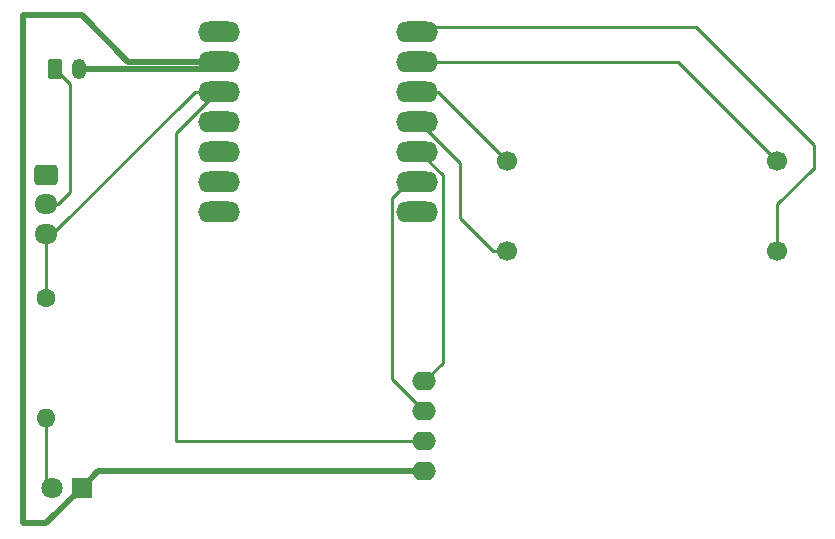
<source format=gbr>
%TF.GenerationSoftware,KiCad,Pcbnew,8.0.8*%
%TF.CreationDate,2025-02-21T09:36:53-08:00*%
%TF.ProjectId,PCB_Design,5043425f-4465-4736-9967-6e2e6b696361,V1.0*%
%TF.SameCoordinates,Original*%
%TF.FileFunction,Copper,L1,Top*%
%TF.FilePolarity,Positive*%
%FSLAX46Y46*%
G04 Gerber Fmt 4.6, Leading zero omitted, Abs format (unit mm)*
G04 Created by KiCad (PCBNEW 8.0.8) date 2025-02-21 09:36:53*
%MOMM*%
%LPD*%
G01*
G04 APERTURE LIST*
G04 Aperture macros list*
%AMRoundRect*
0 Rectangle with rounded corners*
0 $1 Rounding radius*
0 $2 $3 $4 $5 $6 $7 $8 $9 X,Y pos of 4 corners*
0 Add a 4 corners polygon primitive as box body*
4,1,4,$2,$3,$4,$5,$6,$7,$8,$9,$2,$3,0*
0 Add four circle primitives for the rounded corners*
1,1,$1+$1,$2,$3*
1,1,$1+$1,$4,$5*
1,1,$1+$1,$6,$7*
1,1,$1+$1,$8,$9*
0 Add four rect primitives between the rounded corners*
20,1,$1+$1,$2,$3,$4,$5,0*
20,1,$1+$1,$4,$5,$6,$7,0*
20,1,$1+$1,$6,$7,$8,$9,0*
20,1,$1+$1,$8,$9,$2,$3,0*%
G04 Aperture macros list end*
%TA.AperFunction,ComponentPad*%
%ADD10RoundRect,0.250000X-0.350000X-0.625000X0.350000X-0.625000X0.350000X0.625000X-0.350000X0.625000X0*%
%TD*%
%TA.AperFunction,ComponentPad*%
%ADD11O,1.200000X1.750000*%
%TD*%
%TA.AperFunction,ComponentPad*%
%ADD12C,1.600000*%
%TD*%
%TA.AperFunction,ComponentPad*%
%ADD13O,1.600000X1.600000*%
%TD*%
%TA.AperFunction,ComponentPad*%
%ADD14O,2.000000X1.600000*%
%TD*%
%TA.AperFunction,ComponentPad*%
%ADD15C,1.800000*%
%TD*%
%TA.AperFunction,ComponentPad*%
%ADD16R,1.800000X1.800000*%
%TD*%
%TA.AperFunction,ComponentPad*%
%ADD17O,3.556000X1.778000*%
%TD*%
%TA.AperFunction,ComponentPad*%
%ADD18C,1.700000*%
%TD*%
%TA.AperFunction,ComponentPad*%
%ADD19RoundRect,0.250000X-0.725000X0.600000X-0.725000X-0.600000X0.725000X-0.600000X0.725000X0.600000X0*%
%TD*%
%TA.AperFunction,ComponentPad*%
%ADD20O,1.950000X1.700000*%
%TD*%
%TA.AperFunction,Conductor*%
%ADD21C,0.500000*%
%TD*%
%TA.AperFunction,Conductor*%
%ADD22C,0.254000*%
%TD*%
G04 APERTURE END LIST*
D10*
%TO.P,BT2,1,+*%
%TO.N,Net-(BT2-+)*%
X43722500Y-45550000D03*
D11*
%TO.P,BT2,2,-*%
%TO.N,GND*%
X45722500Y-45550000D03*
%TD*%
D12*
%TO.P,R1,1*%
%TO.N,Net-(Brd1-VCC)*%
X43000000Y-64920000D03*
D13*
%TO.P,R1,2*%
%TO.N,Net-(D1-A)*%
X43000000Y-75080000D03*
%TD*%
D14*
%TO.P,Brd1,1,GND*%
%TO.N,GND*%
X75000000Y-79620000D03*
%TO.P,Brd1,2,VCC*%
%TO.N,Net-(Brd1-VCC)*%
X75000000Y-77080000D03*
%TO.P,Brd1,3,SCL*%
%TO.N,Net-(Brd1-SCL)*%
X75000000Y-74540000D03*
%TO.P,Brd1,4,SDA*%
%TO.N,Net-(Brd1-SDA)*%
X75000000Y-72000000D03*
%TD*%
D15*
%TO.P,D1,2,A*%
%TO.N,Net-(D1-A)*%
X43460000Y-81000000D03*
D16*
%TO.P,D1,1,K*%
%TO.N,GND*%
X46000000Y-81000000D03*
%TD*%
D17*
%TO.P,U1,1,GPIO1_A0_D0*%
%TO.N,Net-(U1-GPIO1_A0_D0)*%
X74382000Y-42380000D03*
%TO.P,U1,2,GPIO2_A1_D1*%
%TO.N,Net-(M1--)*%
X74382000Y-44920000D03*
%TO.P,U1,3,GPIO3_A2_D2*%
%TO.N,Net-(U1-GPIO3_A2_D2)*%
X74382000Y-47460000D03*
%TO.P,U1,4,GPIO4_A3_D3*%
%TO.N,Net-(U1-GPIO4_A3_D3)*%
X74382000Y-50000000D03*
%TO.P,U1,5,GPIO4_A3_D3_SDA*%
%TO.N,Net-(Brd1-SDA)*%
X74382000Y-52540000D03*
%TO.P,U1,6,GPIO6_A5_D5_SCL*%
%TO.N,Net-(Brd1-SCL)*%
X74382000Y-55080000D03*
%TO.P,U1,7,GPIO43_TX_D6*%
%TO.N,unconnected-(U1-GPIO43_TX_D6-Pad7)*%
X74382000Y-57620000D03*
%TO.P,U1,8,5V*%
%TO.N,unconnected-(U1-5V-Pad8)*%
X57618000Y-42380000D03*
%TO.P,U1,9,GND*%
%TO.N,GND*%
X57618000Y-44920000D03*
%TO.P,U1,10,3V3*%
%TO.N,Net-(Brd1-VCC)*%
X57618000Y-47460000D03*
%TO.P,U1,11,GPIO9_A10_D10_COPI*%
%TO.N,unconnected-(U1-GPIO9_A10_D10_COPI-Pad11)*%
X57618000Y-50000000D03*
%TO.P,U1,12,GPIO8_A9_D9_CIPO*%
%TO.N,unconnected-(U1-GPIO8_A9_D9_CIPO-Pad12)*%
X57618000Y-52540000D03*
%TO.P,U1,13,GPIO7_A8_D8_SCK*%
%TO.N,unconnected-(U1-GPIO7_A8_D8_SCK-Pad13)*%
X57618000Y-55080000D03*
%TO.P,U1,14,GPIO44_D7_RX*%
%TO.N,unconnected-(U1-GPIO44_D7_RX-Pad14)*%
X57618000Y-57620000D03*
%TD*%
D18*
%TO.P,M1,1*%
%TO.N,Net-(U1-GPIO1_A0_D0)*%
X104890000Y-60970000D03*
%TO.P,M1,2,-*%
%TO.N,Net-(M1--)*%
X104890000Y-53350000D03*
%TO.P,M1,3*%
%TO.N,Net-(U1-GPIO3_A2_D2)*%
X82030000Y-53350000D03*
%TO.P,M1,4*%
%TO.N,Net-(U1-GPIO4_A3_D3)*%
X82030000Y-60970000D03*
%TD*%
D19*
%TO.P,SW1,1,A*%
%TO.N,unconnected-(SW1-A-Pad1)*%
X43000000Y-54500000D03*
D20*
%TO.P,SW1,2,B*%
%TO.N,Net-(BT2-+)*%
X43000000Y-57000000D03*
%TO.P,SW1,3,C*%
%TO.N,Net-(Brd1-VCC)*%
X43000000Y-59500000D03*
%TD*%
D21*
%TO.N,GND*%
X75000000Y-79620000D02*
X47380000Y-79620000D01*
X47380000Y-79620000D02*
X46000000Y-81000000D01*
X46000000Y-41000000D02*
X49920000Y-44920000D01*
X49920000Y-44920000D02*
X58380000Y-44920000D01*
X41000000Y-41000000D02*
X46000000Y-41000000D01*
X43000000Y-84000000D02*
X41000000Y-84000000D01*
X46000000Y-81000000D02*
X43000000Y-84000000D01*
X41000000Y-84000000D02*
X41000000Y-41000000D01*
D22*
%TO.N,Net-(Brd1-VCC)*%
X43000000Y-59500000D02*
X43000000Y-64920000D01*
X43500000Y-59500000D02*
X55540000Y-47460000D01*
X55540000Y-47460000D02*
X58380000Y-47460000D01*
%TO.N,Net-(BT2-+)*%
X45000000Y-46827500D02*
X45000000Y-56000000D01*
X43722500Y-45550000D02*
X45000000Y-46827500D01*
X45000000Y-56000000D02*
X44000000Y-57000000D01*
X44000000Y-57000000D02*
X43000000Y-57000000D01*
D21*
%TO.N,GND*%
X46000000Y-45827500D02*
X45722500Y-45550000D01*
X45722500Y-45550000D02*
X57750000Y-45550000D01*
X57750000Y-45550000D02*
X58380000Y-44920000D01*
D22*
%TO.N,Net-(Brd1-SCL)*%
X72223000Y-71763000D02*
X72223000Y-56477000D01*
X75000000Y-74540000D02*
X72223000Y-71763000D01*
X72223000Y-56477000D02*
X73620000Y-55080000D01*
%TO.N,Net-(Brd1-VCC)*%
X54000000Y-77000000D02*
X54000000Y-50932949D01*
X75000000Y-77080000D02*
X54080000Y-77080000D01*
X54000000Y-50932949D02*
X57472949Y-47460000D01*
X57472949Y-47460000D02*
X58380000Y-47460000D01*
X54080000Y-77080000D02*
X54000000Y-77000000D01*
%TO.N,Net-(Brd1-SDA)*%
X75000000Y-72000000D02*
X76541000Y-70459000D01*
X74540000Y-52540000D02*
X73620000Y-52540000D01*
X76541000Y-70459000D02*
X76541000Y-54541000D01*
X76541000Y-54541000D02*
X74540000Y-52540000D01*
%TO.N,Net-(U1-GPIO3_A2_D2)*%
X76140000Y-47460000D02*
X73620000Y-47460000D01*
X82030000Y-53350000D02*
X76140000Y-47460000D01*
%TO.N,Net-(U1-GPIO1_A0_D0)*%
X98000000Y-42000000D02*
X74000000Y-42000000D01*
X104890000Y-56985361D02*
X107875361Y-54000000D01*
X108000000Y-54000000D02*
X108000000Y-52000000D01*
X104890000Y-60970000D02*
X104890000Y-56985361D01*
X74000000Y-42000000D02*
X73620000Y-42380000D01*
X108000000Y-52000000D02*
X98000000Y-42000000D01*
X107875361Y-54000000D02*
X108000000Y-54000000D01*
%TO.N,Net-(M1--)*%
X96460000Y-44920000D02*
X73620000Y-44920000D01*
X104890000Y-53350000D02*
X96460000Y-44920000D01*
%TO.N,Net-(U1-GPIO4_A3_D3)*%
X82030000Y-60970000D02*
X80827919Y-60970000D01*
X78000000Y-58142081D02*
X78000000Y-53472949D01*
X80827919Y-60970000D02*
X78000000Y-58142081D01*
X74527051Y-50000000D02*
X73620000Y-50000000D01*
X78000000Y-53472949D02*
X74527051Y-50000000D01*
%TO.N,Net-(D1-A)*%
X43000000Y-80540000D02*
X43460000Y-81000000D01*
X43000000Y-75080000D02*
X43000000Y-80540000D01*
%TD*%
M02*

</source>
